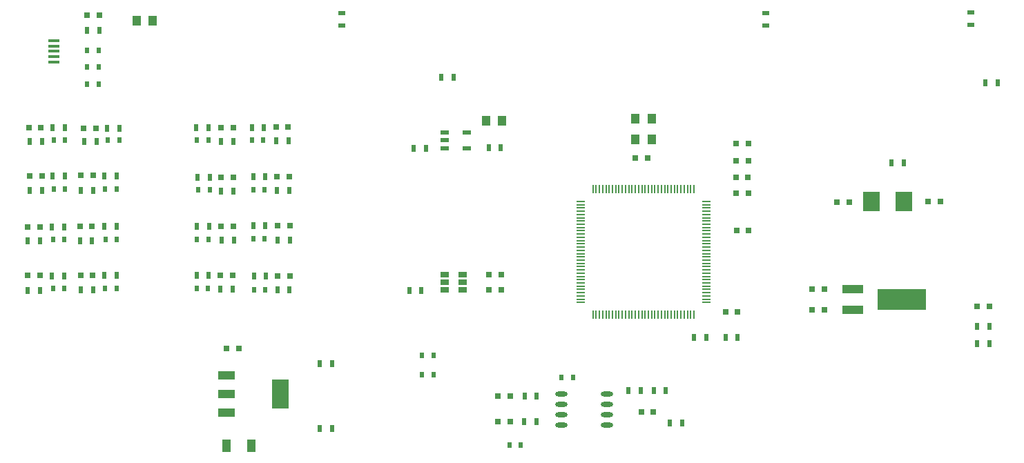
<source format=gtp>
G04 #@! TF.FileFunction,Paste,Top*
%FSLAX46Y46*%
G04 Gerber Fmt 4.6, Leading zero omitted, Abs format (unit mm)*
G04 Created by KiCad (PCBNEW 4.0.2-stable) date 5/5/2016 11:53:46 μμ*
%MOMM*%
G01*
G04 APERTURE LIST*
%ADD10C,0.100000*%
%ADD11R,0.800000X0.750000*%
%ADD12R,1.000000X1.600000*%
%ADD13R,1.000000X1.250000*%
%ADD14R,0.600000X0.700000*%
%ADD15R,1.350000X0.400000*%
%ADD16R,0.500000X0.900000*%
%ADD17R,0.900000X0.500000*%
%ADD18R,2.032000X3.657600*%
%ADD19R,2.032000X1.016000*%
%ADD20R,1.060000X0.650000*%
%ADD21O,1.473200X0.609600*%
%ADD22R,1.000000X0.550000*%
%ADD23R,6.000000X2.500000*%
%ADD24R,2.500000X1.000000*%
%ADD25R,2.000000X2.400000*%
%ADD26R,1.000000X0.230000*%
%ADD27R,0.230000X1.000000*%
G04 APERTURE END LIST*
D10*
D11*
X88430000Y-105350000D03*
X86930000Y-105350000D03*
X104210000Y-93260000D03*
X105710000Y-93260000D03*
X87780000Y-79500000D03*
X89280000Y-79500000D03*
X88880000Y-93320000D03*
X87380000Y-93320000D03*
X111190000Y-105340000D03*
X112690000Y-105340000D03*
X110970000Y-93220000D03*
X112470000Y-93220000D03*
X82050000Y-105440000D03*
X80550000Y-105440000D03*
X82150000Y-93280000D03*
X80650000Y-93280000D03*
X104130000Y-111400000D03*
X105630000Y-111400000D03*
X104910000Y-120390000D03*
X106410000Y-120390000D03*
X178190000Y-115650000D03*
X176690000Y-115650000D03*
X166080000Y-115850000D03*
X167580000Y-115850000D03*
X178200000Y-113110000D03*
X176700000Y-113110000D03*
X167370000Y-101300000D03*
X168870000Y-101300000D03*
X155040000Y-96990000D03*
X156540000Y-96990000D03*
D12*
X104920000Y-132270000D03*
X107920000Y-132270000D03*
D11*
X181270000Y-102380000D03*
X179770000Y-102380000D03*
X167370000Y-95250000D03*
X168870000Y-95250000D03*
D13*
X155030000Y-94750000D03*
X157030000Y-94750000D03*
D11*
X104210000Y-99370000D03*
X105710000Y-99370000D03*
X167370000Y-97340000D03*
X168870000Y-97340000D03*
D13*
X155030000Y-92210000D03*
X157030000Y-92210000D03*
D11*
X190910000Y-102360000D03*
X192410000Y-102360000D03*
X167360000Y-99360000D03*
X168860000Y-99360000D03*
X88500000Y-111390000D03*
X87000000Y-111390000D03*
X88520000Y-99140000D03*
X87020000Y-99140000D03*
X137080000Y-111300000D03*
X138580000Y-111300000D03*
X137080000Y-113210000D03*
X138580000Y-113210000D03*
X111170000Y-111470000D03*
X112670000Y-111470000D03*
X111080000Y-99270000D03*
X112580000Y-99270000D03*
X82020000Y-111420000D03*
X80520000Y-111420000D03*
X139660000Y-126230000D03*
X138160000Y-126230000D03*
X155750000Y-128200000D03*
X157250000Y-128200000D03*
X82260000Y-99230000D03*
X80760000Y-99230000D03*
X139670000Y-129310000D03*
X138170000Y-129310000D03*
X104260000Y-105350000D03*
X105760000Y-105350000D03*
X196950000Y-115200000D03*
X198450000Y-115200000D03*
D13*
X93880000Y-80170000D03*
X95880000Y-80170000D03*
X136710000Y-92390000D03*
X138710000Y-92390000D03*
D14*
X90080000Y-106970000D03*
X91480000Y-106970000D03*
X102660000Y-94760000D03*
X101260000Y-94760000D03*
X90340000Y-94830000D03*
X91740000Y-94830000D03*
X109570000Y-106950000D03*
X108170000Y-106950000D03*
X109430000Y-94760000D03*
X108030000Y-94760000D03*
X83610000Y-107030000D03*
X85010000Y-107030000D03*
X83710000Y-94790000D03*
X85110000Y-94790000D03*
X102630000Y-112970000D03*
X101230000Y-112970000D03*
X102860000Y-100920000D03*
X101460000Y-100920000D03*
X90020000Y-112980000D03*
X91420000Y-112980000D03*
X90040000Y-100770000D03*
X91440000Y-100770000D03*
X109650000Y-113150000D03*
X108250000Y-113150000D03*
X109570000Y-100870000D03*
X108170000Y-100870000D03*
X83620000Y-113010000D03*
X85020000Y-113010000D03*
X83710000Y-100840000D03*
X85110000Y-100840000D03*
X102700000Y-106990000D03*
X101300000Y-106990000D03*
X89200000Y-87940000D03*
X87800000Y-87940000D03*
X89210000Y-85830000D03*
X87810000Y-85830000D03*
X89210000Y-83820000D03*
X87810000Y-83820000D03*
D15*
X83702540Y-82619100D03*
X83702540Y-83269100D03*
X83702540Y-83919100D03*
X83702540Y-84569100D03*
X83702540Y-85219100D03*
D16*
X88430000Y-107200000D03*
X86930000Y-107200000D03*
X104210000Y-95010000D03*
X105710000Y-95010000D03*
X91440000Y-105350000D03*
X89940000Y-105350000D03*
X101210000Y-93260000D03*
X102710000Y-93260000D03*
X87780000Y-81330000D03*
X89280000Y-81330000D03*
X88950000Y-94980000D03*
X87450000Y-94980000D03*
X111180000Y-107070000D03*
X112680000Y-107070000D03*
X91740000Y-93320000D03*
X90240000Y-93320000D03*
X108170000Y-105310000D03*
X109670000Y-105310000D03*
X110990000Y-94900000D03*
X112490000Y-94900000D03*
X82050000Y-107190000D03*
X80550000Y-107190000D03*
X108000000Y-93240000D03*
X109500000Y-93240000D03*
X85020000Y-105440000D03*
X83520000Y-105440000D03*
X82280000Y-95010000D03*
X80780000Y-95010000D03*
X116360000Y-122210000D03*
X117860000Y-122210000D03*
X85100000Y-93280000D03*
X83600000Y-93280000D03*
X104130000Y-113090000D03*
X105630000Y-113090000D03*
X101220000Y-111400000D03*
X102720000Y-111400000D03*
X162220000Y-118980000D03*
X163720000Y-118980000D03*
X167580000Y-118980000D03*
X166080000Y-118980000D03*
X116360000Y-130150000D03*
X117860000Y-130150000D03*
X104210000Y-101040000D03*
X105710000Y-101040000D03*
X187970000Y-97570000D03*
X186470000Y-97570000D03*
X101370000Y-99370000D03*
X102870000Y-99370000D03*
X127310000Y-113260000D03*
X128810000Y-113260000D03*
X88540000Y-113180000D03*
X87040000Y-113180000D03*
X91420000Y-111390000D03*
X89920000Y-111390000D03*
X88520000Y-100960000D03*
X87020000Y-100960000D03*
X91450000Y-99170000D03*
X89950000Y-99170000D03*
X111140000Y-113210000D03*
X112640000Y-113210000D03*
X108250000Y-111440000D03*
X109750000Y-111440000D03*
X157290000Y-125500000D03*
X158790000Y-125500000D03*
X154200000Y-125500000D03*
X155700000Y-125500000D03*
X111120000Y-101000000D03*
X112620000Y-101000000D03*
X108180000Y-99280000D03*
X109680000Y-99280000D03*
X82040000Y-113250000D03*
X80540000Y-113250000D03*
X85010000Y-111440000D03*
X83510000Y-111440000D03*
X142940000Y-126230000D03*
X141440000Y-126230000D03*
X142930000Y-129320000D03*
X141430000Y-129320000D03*
X82260000Y-101020000D03*
X80760000Y-101020000D03*
X85100000Y-99210000D03*
X83600000Y-99210000D03*
X197940000Y-87750000D03*
X199440000Y-87750000D03*
X104290000Y-107070000D03*
X105790000Y-107070000D03*
X101300000Y-105370000D03*
X102800000Y-105370000D03*
D17*
X196140000Y-79170000D03*
X196140000Y-80670000D03*
D16*
X132770000Y-87130000D03*
X131270000Y-87130000D03*
D17*
X119000000Y-79250000D03*
X119000000Y-80750000D03*
D16*
X127880000Y-95790000D03*
X129380000Y-95790000D03*
X137050000Y-95770000D03*
X138550000Y-95770000D03*
X196930000Y-119790000D03*
X198430000Y-119790000D03*
X198440000Y-117620000D03*
X196940000Y-117620000D03*
D17*
X171000000Y-80750000D03*
X171000000Y-79250000D03*
D18*
X111502000Y-125970000D03*
D19*
X104898000Y-125970000D03*
X104898000Y-128256000D03*
X104898000Y-123684000D03*
D20*
X131650000Y-111310000D03*
X131650000Y-112260000D03*
X131650000Y-113210000D03*
X133850000Y-113210000D03*
X133850000Y-111310000D03*
X133850000Y-112260000D03*
D21*
X151564000Y-129735000D03*
X151564000Y-128465000D03*
X151564000Y-127195000D03*
X151564000Y-125925000D03*
X145976000Y-125925000D03*
X145976000Y-127195000D03*
X145976000Y-128465000D03*
X145976000Y-129735000D03*
D22*
X134390000Y-93880000D03*
X134390000Y-95780000D03*
X131690000Y-95780000D03*
X131690000Y-94830000D03*
X131690000Y-93880000D03*
D23*
X187710000Y-114390000D03*
D24*
X181710000Y-113120000D03*
X181710000Y-115660000D03*
D25*
X183940000Y-102370000D03*
X187940000Y-102370000D03*
D26*
X148330000Y-102330000D03*
X148330000Y-102730000D03*
X148330000Y-103130000D03*
X148330000Y-103530000D03*
X148330000Y-103930000D03*
X148330000Y-104330000D03*
X148330000Y-104730000D03*
X148330000Y-105130000D03*
X148330000Y-105530000D03*
X148330000Y-105930000D03*
X148330000Y-106330000D03*
X148330000Y-106730000D03*
X148330000Y-107130000D03*
X148330000Y-107530000D03*
X148330000Y-107930000D03*
X148330000Y-108330000D03*
X148330000Y-108730000D03*
X148330000Y-109130000D03*
X148330000Y-109530000D03*
X148330000Y-109930000D03*
X148330000Y-110330000D03*
X148330000Y-110730000D03*
X148330000Y-111130000D03*
X148330000Y-111530000D03*
X148330000Y-111930000D03*
X148330000Y-112330000D03*
X148330000Y-112730000D03*
X148330000Y-113130000D03*
X148330000Y-113530000D03*
X148330000Y-113930000D03*
X148330000Y-114330000D03*
X148330000Y-114730000D03*
D27*
X149830000Y-116230000D03*
X150230000Y-116230000D03*
X150630000Y-116230000D03*
X151030000Y-116230000D03*
X151430000Y-116230000D03*
X151830000Y-116230000D03*
X152230000Y-116230000D03*
X152630000Y-116230000D03*
X153030000Y-116230000D03*
X153430000Y-116230000D03*
X153830000Y-116230000D03*
X154230000Y-116230000D03*
X154630000Y-116230000D03*
X155030000Y-116230000D03*
X155430000Y-116230000D03*
X155830000Y-116230000D03*
X156230000Y-116230000D03*
X156630000Y-116230000D03*
X157030000Y-116230000D03*
X157430000Y-116230000D03*
X157830000Y-116230000D03*
X158230000Y-116230000D03*
X158630000Y-116230000D03*
X159030000Y-116230000D03*
X159430000Y-116230000D03*
X159830000Y-116230000D03*
X160230000Y-116230000D03*
X160630000Y-116230000D03*
X161030000Y-116230000D03*
X161430000Y-116230000D03*
X161830000Y-116230000D03*
X162230000Y-116230000D03*
D26*
X163730000Y-114730000D03*
X163730000Y-114330000D03*
X163730000Y-113930000D03*
X163730000Y-113530000D03*
X163730000Y-113130000D03*
X163730000Y-112730000D03*
X163730000Y-112330000D03*
X163730000Y-111930000D03*
X163730000Y-111530000D03*
X163730000Y-111130000D03*
X163730000Y-110730000D03*
X163730000Y-110330000D03*
X163730000Y-109930000D03*
X163730000Y-109530000D03*
X163730000Y-109130000D03*
X163730000Y-108730000D03*
X163730000Y-108330000D03*
X163730000Y-107930000D03*
X163730000Y-107530000D03*
X163730000Y-107130000D03*
X163730000Y-106730000D03*
X163730000Y-106330000D03*
X163730000Y-105930000D03*
X163730000Y-105530000D03*
X163730000Y-105130000D03*
X163730000Y-104730000D03*
X163730000Y-104330000D03*
X163730000Y-103930000D03*
X163730000Y-103530000D03*
X163730000Y-103130000D03*
X163730000Y-102730000D03*
X163730000Y-102330000D03*
D27*
X162230000Y-100830000D03*
X161830000Y-100830000D03*
X161430000Y-100830000D03*
X161030000Y-100830000D03*
X160630000Y-100830000D03*
X160230000Y-100830000D03*
X159830000Y-100830000D03*
X159430000Y-100830000D03*
X159030000Y-100830000D03*
X158630000Y-100830000D03*
X158230000Y-100830000D03*
X157830000Y-100830000D03*
X157430000Y-100830000D03*
X157030000Y-100830000D03*
X156630000Y-100830000D03*
X156230000Y-100830000D03*
X155830000Y-100830000D03*
X155430000Y-100830000D03*
X155030000Y-100830000D03*
X154630000Y-100830000D03*
X154230000Y-100830000D03*
X153830000Y-100830000D03*
X153430000Y-100830000D03*
X153030000Y-100830000D03*
X152630000Y-100830000D03*
X152230000Y-100830000D03*
X151830000Y-100830000D03*
X151430000Y-100830000D03*
X151030000Y-100830000D03*
X150630000Y-100830000D03*
X150230000Y-100830000D03*
X149830000Y-100830000D03*
D11*
X167440000Y-105930000D03*
X168940000Y-105930000D03*
D14*
X128900000Y-123590000D03*
X130300000Y-123590000D03*
X128900000Y-121220000D03*
X130300000Y-121220000D03*
X139580000Y-132210000D03*
X140980000Y-132210000D03*
X147370000Y-123890000D03*
X145970000Y-123890000D03*
D16*
X159250000Y-129500000D03*
X160750000Y-129500000D03*
M02*

</source>
